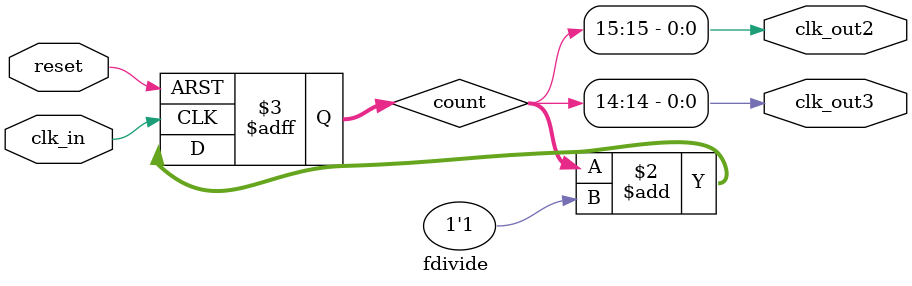
<source format=v>
`timescale 1ns / 1ps
module fdivide(
	input wire reset,
	input wire clk_in,
	output wire clk_out2,
	output wire clk_out3
    );
	parameter N2 = 15;
	parameter N3 = 14;
	parameter MAX = 15;
	reg [MAX:0] count;
	
	always @(posedge clk_in or posedge reset) begin
		if (reset) count <= 0;
		else count <= count + 1'b1;
	end
	
	assign clk_out2 = count[N2];
	assign clk_out3 = count[N3];
endmodule

</source>
